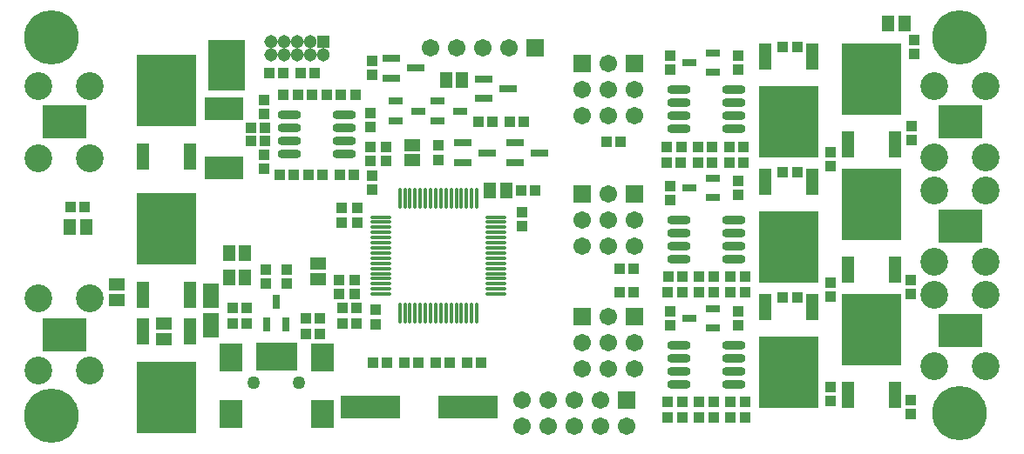
<source format=gts>
%FSLAX24Y24*%
%MOIN*%
G70*
G01*
G75*
G04 Layer_Color=8388736*
%ADD10R,0.0354X0.0315*%
%ADD11R,0.0453X0.0236*%
%ADD12O,0.0827X0.0276*%
%ADD13R,0.0315X0.0354*%
%ADD14R,0.2185X0.2677*%
%ADD15R,0.0394X0.0945*%
%ADD16R,0.2200X0.0830*%
%ADD17R,0.0433X0.0551*%
%ADD18R,0.0551X0.0433*%
%ADD19R,0.0394X0.0512*%
%ADD20R,0.0236X0.0453*%
%ADD21R,0.1575X0.1181*%
%ADD22R,0.0571X0.0236*%
%ADD23R,0.1378X0.0787*%
%ADD24O,0.0827X0.0118*%
%ADD25O,0.0118X0.0827*%
%ADD26R,0.0532X0.0846*%
%ADD27R,0.1350X0.1850*%
%ADD28R,0.0200X0.0940*%
%ADD29R,0.0790X0.0980*%
%ADD30C,0.0080*%
%ADD31C,0.0500*%
%ADD32C,0.0100*%
%ADD33C,0.0120*%
%ADD34C,0.0800*%
%ADD35C,0.0200*%
%ADD36R,0.0591X0.0591*%
%ADD37C,0.0591*%
%ADD38C,0.2000*%
%ADD39R,0.0591X0.0591*%
%ADD40C,0.0394*%
%ADD41R,0.0394X0.0394*%
%ADD42C,0.0984*%
%ADD43C,0.0320*%
%ADD44R,0.1614X0.0787*%
%ADD45R,0.0787X0.1614*%
%ADD46C,0.0098*%
%ADD47C,0.0236*%
%ADD48C,0.0079*%
%ADD49R,0.0434X0.0395*%
%ADD50R,0.0533X0.0316*%
%ADD51O,0.0907X0.0356*%
%ADD52R,0.0395X0.0434*%
%ADD53R,0.2265X0.2757*%
%ADD54R,0.0474X0.1025*%
%ADD55R,0.2280X0.0910*%
%ADD56R,0.0513X0.0631*%
%ADD57R,0.0631X0.0513*%
%ADD58R,0.0474X0.0592*%
%ADD59R,0.0316X0.0533*%
%ADD60R,0.1655X0.1261*%
%ADD61R,0.0651X0.0316*%
%ADD62R,0.1458X0.0867*%
%ADD63R,0.0612X0.0926*%
%ADD64R,0.1430X0.1930*%
%ADD65R,0.0320X0.1060*%
%ADD66R,0.0910X0.1100*%
%ADD67R,0.0671X0.0671*%
%ADD68C,0.0671*%
%ADD69C,0.2080*%
%ADD70R,0.0671X0.0671*%
%ADD71C,0.0514*%
%ADD72R,0.0514X0.0514*%
%ADD73C,0.1064*%
%ADD74C,0.0500*%
%ADD75C,0.0400*%
D24*
X26815Y40506D02*
D03*
Y40310D02*
D03*
Y40113D02*
D03*
Y39916D02*
D03*
Y39325D02*
D03*
Y39128D02*
D03*
Y38932D02*
D03*
Y38735D02*
D03*
Y38538D02*
D03*
Y38341D02*
D03*
Y38144D02*
D03*
Y37947D02*
D03*
Y37750D02*
D03*
Y37554D02*
D03*
X31225D02*
D03*
Y37750D02*
D03*
Y37947D02*
D03*
Y38144D02*
D03*
Y38341D02*
D03*
Y38538D02*
D03*
Y38735D02*
D03*
Y38932D02*
D03*
Y39128D02*
D03*
Y39325D02*
D03*
Y39522D02*
D03*
Y39719D02*
D03*
Y39916D02*
D03*
Y40113D02*
D03*
Y40310D02*
D03*
Y40506D02*
D03*
X26815Y39719D02*
D03*
Y39522D02*
D03*
D25*
X27544Y36825D02*
D03*
X27741D02*
D03*
X27937D02*
D03*
X28134D02*
D03*
X28331D02*
D03*
X28528D02*
D03*
X28725D02*
D03*
X28922D02*
D03*
X29119D02*
D03*
X29315D02*
D03*
X29512D02*
D03*
X29709D02*
D03*
X29906D02*
D03*
X30103D02*
D03*
X30300D02*
D03*
X30497D02*
D03*
Y41235D02*
D03*
X30300D02*
D03*
X30103D02*
D03*
X29906D02*
D03*
X29709D02*
D03*
X29512D02*
D03*
X29315D02*
D03*
X29119D02*
D03*
X28922D02*
D03*
X28725D02*
D03*
X28528D02*
D03*
X28331D02*
D03*
X28134D02*
D03*
X27937D02*
D03*
X27741D02*
D03*
X27544D02*
D03*
D49*
X26480Y42106D02*
D03*
Y41554D02*
D03*
X40480Y46154D02*
D03*
Y46706D02*
D03*
Y41354D02*
D03*
Y41906D02*
D03*
Y36354D02*
D03*
Y36906D02*
D03*
X47080Y32954D02*
D03*
Y33506D02*
D03*
X47076Y37542D02*
D03*
Y38093D02*
D03*
X37880Y36906D02*
D03*
Y36354D02*
D03*
Y41706D02*
D03*
Y41154D02*
D03*
X37880Y46706D02*
D03*
Y46154D02*
D03*
X27030Y43206D02*
D03*
Y42654D02*
D03*
X47130Y44006D02*
D03*
Y43454D02*
D03*
X25930Y40304D02*
D03*
Y40856D02*
D03*
X25330D02*
D03*
Y40304D02*
D03*
X25220Y37554D02*
D03*
Y38106D02*
D03*
X25820Y37554D02*
D03*
Y38106D02*
D03*
X26630Y36404D02*
D03*
Y36956D02*
D03*
X32220Y40706D02*
D03*
Y40154D02*
D03*
X22420Y37954D02*
D03*
Y38506D02*
D03*
X26420Y44506D02*
D03*
Y43954D02*
D03*
X23220Y37954D02*
D03*
Y38506D02*
D03*
X22370Y42354D02*
D03*
Y42906D02*
D03*
X47230Y47306D02*
D03*
Y46754D02*
D03*
X22370Y45006D02*
D03*
Y44454D02*
D03*
X29020Y43250D02*
D03*
Y42699D02*
D03*
X26420Y42654D02*
D03*
Y43206D02*
D03*
X26476Y46506D02*
D03*
Y45954D02*
D03*
X44030Y42454D02*
D03*
Y43006D02*
D03*
Y37454D02*
D03*
Y38006D02*
D03*
Y33454D02*
D03*
Y34006D02*
D03*
D50*
X39523Y46056D02*
D03*
Y46804D02*
D03*
X38637Y46430D02*
D03*
X39523Y41256D02*
D03*
Y42004D02*
D03*
X38637Y41630D02*
D03*
X39523Y36256D02*
D03*
Y37004D02*
D03*
X38637Y36630D02*
D03*
X28977Y44949D02*
D03*
Y44201D02*
D03*
X29863Y44575D02*
D03*
X27377Y44949D02*
D03*
Y44201D02*
D03*
X28263Y44575D02*
D03*
D51*
X38237Y40380D02*
D03*
Y39880D02*
D03*
Y39380D02*
D03*
Y38880D02*
D03*
X40323Y40380D02*
D03*
Y39880D02*
D03*
Y39380D02*
D03*
Y38880D02*
D03*
X38237Y45380D02*
D03*
Y44880D02*
D03*
Y44380D02*
D03*
Y43880D02*
D03*
X40323Y45380D02*
D03*
Y44880D02*
D03*
Y44380D02*
D03*
Y43880D02*
D03*
X38237Y35580D02*
D03*
Y35080D02*
D03*
Y34580D02*
D03*
Y34080D02*
D03*
X40323Y35580D02*
D03*
Y35080D02*
D03*
Y34580D02*
D03*
Y34080D02*
D03*
X23327Y44430D02*
D03*
Y43930D02*
D03*
Y43430D02*
D03*
Y42930D02*
D03*
X25413Y44430D02*
D03*
Y43930D02*
D03*
Y43430D02*
D03*
Y42930D02*
D03*
D52*
X39004Y37630D02*
D03*
X39556D02*
D03*
X39556Y33430D02*
D03*
X39004D02*
D03*
X37754Y42608D02*
D03*
X38306D02*
D03*
X39004Y32830D02*
D03*
X39556D02*
D03*
X37804Y37630D02*
D03*
X38356D02*
D03*
X37804Y32830D02*
D03*
X38356D02*
D03*
X40204Y32830D02*
D03*
X40756D02*
D03*
X35954Y37630D02*
D03*
X36506D02*
D03*
X35954Y38530D02*
D03*
X36506D02*
D03*
X36006Y43380D02*
D03*
X35454D02*
D03*
X42204Y37430D02*
D03*
X42756D02*
D03*
X21145Y37030D02*
D03*
X21696D02*
D03*
X24496Y36030D02*
D03*
X23945D02*
D03*
X38954Y42580D02*
D03*
X39506D02*
D03*
X39506Y43180D02*
D03*
X38954D02*
D03*
X39556Y38230D02*
D03*
X39004D02*
D03*
X26510Y34930D02*
D03*
X27061D02*
D03*
X29461D02*
D03*
X28910D02*
D03*
X24296Y46030D02*
D03*
X23745D02*
D03*
X30661Y34930D02*
D03*
X30110D02*
D03*
X21145Y36430D02*
D03*
X21696D02*
D03*
X25345Y37030D02*
D03*
X25896D02*
D03*
X25345Y36430D02*
D03*
X25896D02*
D03*
X21845Y43430D02*
D03*
X22396D02*
D03*
Y43930D02*
D03*
X21845D02*
D03*
X23945Y36630D02*
D03*
X24496D02*
D03*
X30545Y44175D02*
D03*
X31096D02*
D03*
X24596Y42130D02*
D03*
X24045D02*
D03*
X25245D02*
D03*
X25796D02*
D03*
X31745Y44175D02*
D03*
X32296D02*
D03*
X23646Y45180D02*
D03*
X23095D02*
D03*
X23496Y42130D02*
D03*
X22945D02*
D03*
X24746Y45180D02*
D03*
X24195D02*
D03*
X42756Y47030D02*
D03*
X42204D02*
D03*
X42756Y42230D02*
D03*
X42204D02*
D03*
X38314Y43180D02*
D03*
X37763D02*
D03*
X40706D02*
D03*
X40154D02*
D03*
X40154Y42580D02*
D03*
X40706D02*
D03*
X38364Y38230D02*
D03*
X37813D02*
D03*
X40756D02*
D03*
X40204D02*
D03*
X38356Y33430D02*
D03*
X37804D02*
D03*
X40756D02*
D03*
X40204D02*
D03*
X40204Y37630D02*
D03*
X40756D02*
D03*
X27710Y34930D02*
D03*
X28261D02*
D03*
X23096Y46030D02*
D03*
X22545D02*
D03*
X25295Y45180D02*
D03*
X25846D02*
D03*
X32726Y41530D02*
D03*
X32174D02*
D03*
X15506Y40880D02*
D03*
X14954D02*
D03*
D53*
X45580Y36207D02*
D03*
Y41007D02*
D03*
Y45807D02*
D03*
X42430Y39353D02*
D03*
X18630Y45357D02*
D03*
X18620Y33603D02*
D03*
X42430Y34553D02*
D03*
Y44153D02*
D03*
X18620Y40057D02*
D03*
D54*
X46478Y33687D02*
D03*
X44682D02*
D03*
X46478Y38487D02*
D03*
X44682D02*
D03*
X46478Y43287D02*
D03*
X44682D02*
D03*
X41532Y41873D02*
D03*
X43328D02*
D03*
X19528Y42837D02*
D03*
X17732D02*
D03*
X17723Y36123D02*
D03*
X19518D02*
D03*
X41532Y37073D02*
D03*
X43328D02*
D03*
X41532Y46673D02*
D03*
X43328D02*
D03*
X19518Y37537D02*
D03*
X17723D02*
D03*
D55*
X26430Y33230D02*
D03*
X30170D02*
D03*
D56*
X21625Y38180D02*
D03*
X21035D02*
D03*
X29915Y45775D02*
D03*
X29325D02*
D03*
X21035Y39130D02*
D03*
X21625D02*
D03*
D57*
X28020Y42680D02*
D03*
Y43270D02*
D03*
X16730Y37335D02*
D03*
Y37925D02*
D03*
X18530Y35835D02*
D03*
Y36425D02*
D03*
X24420Y38135D02*
D03*
Y38725D02*
D03*
D58*
X46845Y47930D02*
D03*
X46215D02*
D03*
X30995Y41540D02*
D03*
X31625D02*
D03*
X15545Y40130D02*
D03*
X14915D02*
D03*
D59*
X22446Y36387D02*
D03*
X23194D02*
D03*
X22820Y37273D02*
D03*
D60*
X14714Y36002D02*
D03*
Y44146D02*
D03*
X48980Y44158D02*
D03*
Y40158D02*
D03*
Y36158D02*
D03*
D61*
X31683Y45430D02*
D03*
X30758Y45056D02*
D03*
Y45804D02*
D03*
X29958Y43349D02*
D03*
Y42601D02*
D03*
X30883Y42975D02*
D03*
X31958Y43349D02*
D03*
Y42601D02*
D03*
X32883Y42975D02*
D03*
X27233Y46584D02*
D03*
Y45836D02*
D03*
X28158Y46210D02*
D03*
D62*
X20830Y42388D02*
D03*
Y44672D02*
D03*
D63*
X20330Y37501D02*
D03*
Y36359D02*
D03*
D64*
X20930Y46330D02*
D03*
D65*
X22520Y35160D02*
D03*
X22830D02*
D03*
X22210D02*
D03*
X23140D02*
D03*
X23450D02*
D03*
D66*
X21080Y35140D02*
D03*
X24580Y32970D02*
D03*
X21080D02*
D03*
X24580Y35140D02*
D03*
D67*
X36530Y36680D02*
D03*
Y46380D02*
D03*
Y41380D02*
D03*
X34530Y36680D02*
D03*
Y41380D02*
D03*
Y46380D02*
D03*
D68*
X36530Y35680D02*
D03*
Y34680D02*
D03*
Y45380D02*
D03*
Y44380D02*
D03*
Y40380D02*
D03*
Y39380D02*
D03*
X28730Y46980D02*
D03*
X29730D02*
D03*
X30730D02*
D03*
X31730D02*
D03*
X35530Y36680D02*
D03*
X34530Y35680D02*
D03*
X35530D02*
D03*
X34530Y34680D02*
D03*
X35530D02*
D03*
X32230Y32480D02*
D03*
Y33480D02*
D03*
X33230Y32480D02*
D03*
Y33480D02*
D03*
X34230Y32480D02*
D03*
Y33480D02*
D03*
X35230Y32480D02*
D03*
Y33480D02*
D03*
X36230Y32480D02*
D03*
X35530Y41380D02*
D03*
X34530Y40380D02*
D03*
X35530D02*
D03*
X34530Y39380D02*
D03*
X35530D02*
D03*
Y46380D02*
D03*
X34530Y45380D02*
D03*
X35530D02*
D03*
X34530Y44380D02*
D03*
X35530D02*
D03*
D69*
X14230Y32880D02*
D03*
X48964Y32980D02*
D03*
X14230Y47380D02*
D03*
X48964D02*
D03*
D70*
X32730Y46980D02*
D03*
X36230Y33480D02*
D03*
D71*
X22620Y46730D02*
D03*
Y47230D02*
D03*
X23120Y46730D02*
D03*
Y47230D02*
D03*
X23620Y46730D02*
D03*
Y47230D02*
D03*
X24120Y46730D02*
D03*
Y47230D02*
D03*
X24620Y46730D02*
D03*
D72*
Y47230D02*
D03*
D73*
X13730Y37380D02*
D03*
Y34624D02*
D03*
X15698Y37380D02*
D03*
Y34624D02*
D03*
X13730Y45524D02*
D03*
Y42768D02*
D03*
X15698Y45524D02*
D03*
Y42768D02*
D03*
X49964Y42780D02*
D03*
Y45536D02*
D03*
X47996Y42780D02*
D03*
Y45536D02*
D03*
X49964Y38780D02*
D03*
Y41536D02*
D03*
X47996Y38780D02*
D03*
Y41536D02*
D03*
X49964Y34780D02*
D03*
Y37536D02*
D03*
X47996Y34780D02*
D03*
Y37536D02*
D03*
D74*
X21970Y34150D02*
D03*
X23690D02*
D03*
D75*
X46130Y36530D02*
D03*
X45730D02*
D03*
X42930Y34530D02*
D03*
X42430D02*
D03*
X41930D02*
D03*
Y35030D02*
D03*
X42430D02*
D03*
X42930D02*
D03*
Y38780D02*
D03*
X42430D02*
D03*
X41930D02*
D03*
Y39280D02*
D03*
X42430D02*
D03*
X42930D02*
D03*
X43030Y43730D02*
D03*
X42530D02*
D03*
X42030D02*
D03*
Y43230D02*
D03*
X42530D02*
D03*
X43030D02*
D03*
X19130Y39780D02*
D03*
X18630D02*
D03*
X18130D02*
D03*
X19130Y40280D02*
D03*
X18142D02*
D03*
X18630D02*
D03*
X18130Y40780D02*
D03*
X18630D02*
D03*
X19130D02*
D03*
M02*

</source>
